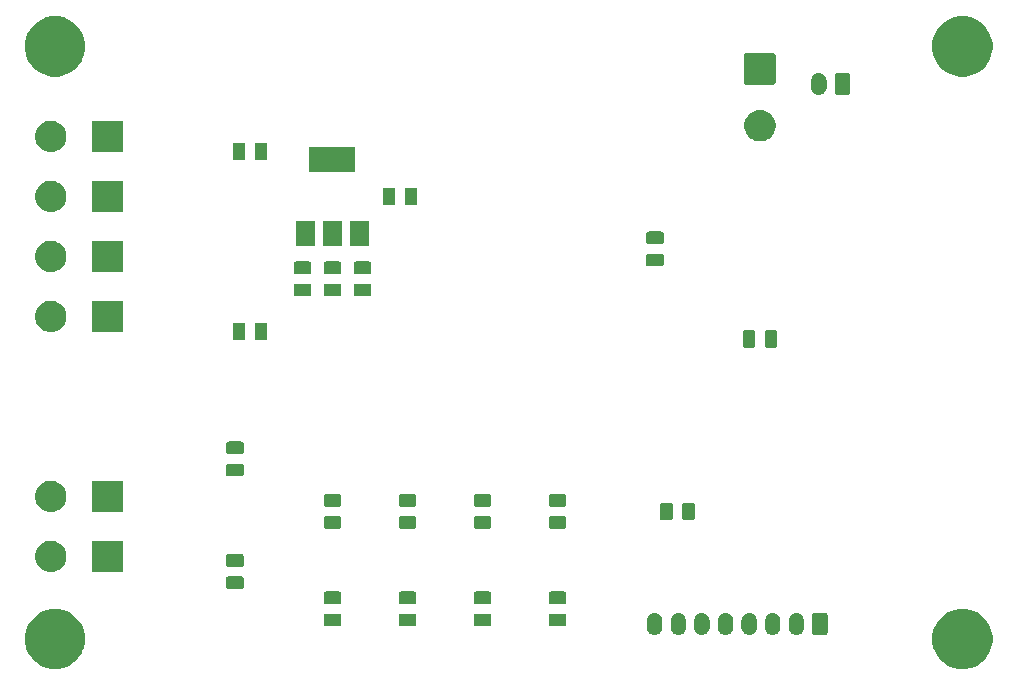
<source format=gbs>
G04 #@! TF.GenerationSoftware,KiCad,Pcbnew,5.1.5+dfsg1-2build2*
G04 #@! TF.CreationDate,2020-07-01T20:14:48+02:00*
G04 #@! TF.ProjectId,spinnaker,7370696e-6e61-46b6-9572-2e6b69636164,rev?*
G04 #@! TF.SameCoordinates,Original*
G04 #@! TF.FileFunction,Soldermask,Bot*
G04 #@! TF.FilePolarity,Negative*
%FSLAX46Y46*%
G04 Gerber Fmt 4.6, Leading zero omitted, Abs format (unit mm)*
G04 Created by KiCad (PCBNEW 5.1.5+dfsg1-2build2) date 2020-07-01 20:14:48*
%MOMM*%
%LPD*%
G04 APERTURE LIST*
%ADD10C,0.100000*%
G04 APERTURE END LIST*
D10*
G36*
X184894098Y-109942033D02*
G01*
X185358350Y-110134332D01*
X185358352Y-110134333D01*
X185776168Y-110413509D01*
X186131491Y-110768832D01*
X186410667Y-111186648D01*
X186410668Y-111186650D01*
X186602967Y-111650902D01*
X186701000Y-112143747D01*
X186701000Y-112646253D01*
X186602967Y-113139098D01*
X186481093Y-113433329D01*
X186410667Y-113603352D01*
X186131491Y-114021168D01*
X185776168Y-114376491D01*
X185358352Y-114655667D01*
X185358351Y-114655668D01*
X185358350Y-114655668D01*
X184894098Y-114847967D01*
X184401253Y-114946000D01*
X183898747Y-114946000D01*
X183405902Y-114847967D01*
X182941650Y-114655668D01*
X182941649Y-114655668D01*
X182941648Y-114655667D01*
X182523832Y-114376491D01*
X182168509Y-114021168D01*
X181889333Y-113603352D01*
X181818907Y-113433329D01*
X181697033Y-113139098D01*
X181599000Y-112646253D01*
X181599000Y-112143747D01*
X181697033Y-111650902D01*
X181889332Y-111186650D01*
X181889333Y-111186648D01*
X182168509Y-110768832D01*
X182523832Y-110413509D01*
X182941648Y-110134333D01*
X182941650Y-110134332D01*
X183405902Y-109942033D01*
X183898747Y-109844000D01*
X184401253Y-109844000D01*
X184894098Y-109942033D01*
G37*
G36*
X108059098Y-109942033D02*
G01*
X108523350Y-110134332D01*
X108523352Y-110134333D01*
X108941168Y-110413509D01*
X109296491Y-110768832D01*
X109575667Y-111186648D01*
X109575668Y-111186650D01*
X109767967Y-111650902D01*
X109866000Y-112143747D01*
X109866000Y-112646253D01*
X109767967Y-113139098D01*
X109646093Y-113433329D01*
X109575667Y-113603352D01*
X109296491Y-114021168D01*
X108941168Y-114376491D01*
X108523352Y-114655667D01*
X108523351Y-114655668D01*
X108523350Y-114655668D01*
X108059098Y-114847967D01*
X107566253Y-114946000D01*
X107063747Y-114946000D01*
X106570902Y-114847967D01*
X106106650Y-114655668D01*
X106106649Y-114655668D01*
X106106648Y-114655667D01*
X105688832Y-114376491D01*
X105333509Y-114021168D01*
X105054333Y-113603352D01*
X104983907Y-113433329D01*
X104862033Y-113139098D01*
X104764000Y-112646253D01*
X104764000Y-112143747D01*
X104862033Y-111650902D01*
X105054332Y-111186650D01*
X105054333Y-111186648D01*
X105333509Y-110768832D01*
X105688832Y-110413509D01*
X106106648Y-110134333D01*
X106106650Y-110134332D01*
X106570902Y-109942033D01*
X107063747Y-109844000D01*
X107566253Y-109844000D01*
X108059098Y-109942033D01*
G37*
G36*
X160212618Y-110208420D02*
G01*
X160292012Y-110232504D01*
X160335336Y-110245646D01*
X160448425Y-110306094D01*
X160547554Y-110387446D01*
X160628906Y-110486575D01*
X160689354Y-110599664D01*
X160689355Y-110599668D01*
X160726580Y-110722382D01*
X160736000Y-110818027D01*
X160736000Y-111431973D01*
X160726580Y-111527618D01*
X160699040Y-111618404D01*
X160689354Y-111650336D01*
X160628906Y-111763425D01*
X160547554Y-111862553D01*
X160448424Y-111943906D01*
X160335335Y-112004354D01*
X160303403Y-112014040D01*
X160212617Y-112041580D01*
X160085000Y-112054149D01*
X159957382Y-112041580D01*
X159866596Y-112014040D01*
X159834664Y-112004354D01*
X159721575Y-111943906D01*
X159622447Y-111862554D01*
X159541094Y-111763424D01*
X159480646Y-111650335D01*
X159470960Y-111618403D01*
X159443420Y-111527617D01*
X159434000Y-111431972D01*
X159434000Y-110818027D01*
X159443420Y-110722382D01*
X159480645Y-110599668D01*
X159480645Y-110599667D01*
X159521491Y-110523250D01*
X159541095Y-110486574D01*
X159557251Y-110466888D01*
X159622447Y-110387446D01*
X159721576Y-110306094D01*
X159834665Y-110245646D01*
X159877989Y-110232504D01*
X159957383Y-110208420D01*
X160085000Y-110195851D01*
X160212618Y-110208420D01*
G37*
G36*
X158212618Y-110208420D02*
G01*
X158292012Y-110232504D01*
X158335336Y-110245646D01*
X158448425Y-110306094D01*
X158547554Y-110387446D01*
X158628906Y-110486575D01*
X158689354Y-110599664D01*
X158689355Y-110599668D01*
X158726580Y-110722382D01*
X158736000Y-110818027D01*
X158736000Y-111431973D01*
X158726580Y-111527618D01*
X158699040Y-111618404D01*
X158689354Y-111650336D01*
X158628906Y-111763425D01*
X158547554Y-111862553D01*
X158448424Y-111943906D01*
X158335335Y-112004354D01*
X158303403Y-112014040D01*
X158212617Y-112041580D01*
X158085000Y-112054149D01*
X157957382Y-112041580D01*
X157866596Y-112014040D01*
X157834664Y-112004354D01*
X157721575Y-111943906D01*
X157622447Y-111862554D01*
X157541094Y-111763424D01*
X157480646Y-111650335D01*
X157470960Y-111618403D01*
X157443420Y-111527617D01*
X157434000Y-111431972D01*
X157434000Y-110818027D01*
X157443420Y-110722382D01*
X157480645Y-110599668D01*
X157480645Y-110599667D01*
X157521491Y-110523250D01*
X157541095Y-110486574D01*
X157557251Y-110466888D01*
X157622447Y-110387446D01*
X157721576Y-110306094D01*
X157834665Y-110245646D01*
X157877989Y-110232504D01*
X157957383Y-110208420D01*
X158085000Y-110195851D01*
X158212618Y-110208420D01*
G37*
G36*
X162212618Y-110208420D02*
G01*
X162292012Y-110232504D01*
X162335336Y-110245646D01*
X162448425Y-110306094D01*
X162547554Y-110387446D01*
X162628906Y-110486575D01*
X162689354Y-110599664D01*
X162689355Y-110599668D01*
X162726580Y-110722382D01*
X162736000Y-110818027D01*
X162736000Y-111431973D01*
X162726580Y-111527618D01*
X162699040Y-111618404D01*
X162689354Y-111650336D01*
X162628906Y-111763425D01*
X162547554Y-111862553D01*
X162448424Y-111943906D01*
X162335335Y-112004354D01*
X162303403Y-112014040D01*
X162212617Y-112041580D01*
X162085000Y-112054149D01*
X161957382Y-112041580D01*
X161866596Y-112014040D01*
X161834664Y-112004354D01*
X161721575Y-111943906D01*
X161622447Y-111862554D01*
X161541094Y-111763424D01*
X161480646Y-111650335D01*
X161470960Y-111618403D01*
X161443420Y-111527617D01*
X161434000Y-111431972D01*
X161434000Y-110818027D01*
X161443420Y-110722382D01*
X161480645Y-110599668D01*
X161480645Y-110599667D01*
X161521491Y-110523250D01*
X161541095Y-110486574D01*
X161557251Y-110466888D01*
X161622447Y-110387446D01*
X161721576Y-110306094D01*
X161834665Y-110245646D01*
X161877989Y-110232504D01*
X161957383Y-110208420D01*
X162085000Y-110195851D01*
X162212618Y-110208420D01*
G37*
G36*
X164212618Y-110208420D02*
G01*
X164292012Y-110232504D01*
X164335336Y-110245646D01*
X164448425Y-110306094D01*
X164547554Y-110387446D01*
X164628906Y-110486575D01*
X164689354Y-110599664D01*
X164689355Y-110599668D01*
X164726580Y-110722382D01*
X164736000Y-110818027D01*
X164736000Y-111431973D01*
X164726580Y-111527618D01*
X164699040Y-111618404D01*
X164689354Y-111650336D01*
X164628906Y-111763425D01*
X164547554Y-111862553D01*
X164448424Y-111943906D01*
X164335335Y-112004354D01*
X164303403Y-112014040D01*
X164212617Y-112041580D01*
X164085000Y-112054149D01*
X163957382Y-112041580D01*
X163866596Y-112014040D01*
X163834664Y-112004354D01*
X163721575Y-111943906D01*
X163622447Y-111862554D01*
X163541094Y-111763424D01*
X163480646Y-111650335D01*
X163470960Y-111618403D01*
X163443420Y-111527617D01*
X163434000Y-111431972D01*
X163434000Y-110818027D01*
X163443420Y-110722382D01*
X163480645Y-110599668D01*
X163480645Y-110599667D01*
X163521491Y-110523250D01*
X163541095Y-110486574D01*
X163557251Y-110466888D01*
X163622447Y-110387446D01*
X163721576Y-110306094D01*
X163834665Y-110245646D01*
X163877989Y-110232504D01*
X163957383Y-110208420D01*
X164085000Y-110195851D01*
X164212618Y-110208420D01*
G37*
G36*
X166212618Y-110208420D02*
G01*
X166292012Y-110232504D01*
X166335336Y-110245646D01*
X166448425Y-110306094D01*
X166547554Y-110387446D01*
X166628906Y-110486575D01*
X166689354Y-110599664D01*
X166689355Y-110599668D01*
X166726580Y-110722382D01*
X166736000Y-110818027D01*
X166736000Y-111431973D01*
X166726580Y-111527618D01*
X166699040Y-111618404D01*
X166689354Y-111650336D01*
X166628906Y-111763425D01*
X166547554Y-111862553D01*
X166448424Y-111943906D01*
X166335335Y-112004354D01*
X166303403Y-112014040D01*
X166212617Y-112041580D01*
X166085000Y-112054149D01*
X165957382Y-112041580D01*
X165866596Y-112014040D01*
X165834664Y-112004354D01*
X165721575Y-111943906D01*
X165622447Y-111862554D01*
X165541094Y-111763424D01*
X165480646Y-111650335D01*
X165470960Y-111618403D01*
X165443420Y-111527617D01*
X165434000Y-111431972D01*
X165434000Y-110818027D01*
X165443420Y-110722382D01*
X165480645Y-110599668D01*
X165480645Y-110599667D01*
X165521491Y-110523250D01*
X165541095Y-110486574D01*
X165557251Y-110466888D01*
X165622447Y-110387446D01*
X165721576Y-110306094D01*
X165834665Y-110245646D01*
X165877989Y-110232504D01*
X165957383Y-110208420D01*
X166085000Y-110195851D01*
X166212618Y-110208420D01*
G37*
G36*
X168212618Y-110208420D02*
G01*
X168292012Y-110232504D01*
X168335336Y-110245646D01*
X168448425Y-110306094D01*
X168547554Y-110387446D01*
X168628906Y-110486575D01*
X168689354Y-110599664D01*
X168689355Y-110599668D01*
X168726580Y-110722382D01*
X168736000Y-110818027D01*
X168736000Y-111431973D01*
X168726580Y-111527618D01*
X168699040Y-111618404D01*
X168689354Y-111650336D01*
X168628906Y-111763425D01*
X168547554Y-111862553D01*
X168448424Y-111943906D01*
X168335335Y-112004354D01*
X168303403Y-112014040D01*
X168212617Y-112041580D01*
X168085000Y-112054149D01*
X167957382Y-112041580D01*
X167866596Y-112014040D01*
X167834664Y-112004354D01*
X167721575Y-111943906D01*
X167622447Y-111862554D01*
X167541094Y-111763424D01*
X167480646Y-111650335D01*
X167470960Y-111618403D01*
X167443420Y-111527617D01*
X167434000Y-111431972D01*
X167434000Y-110818027D01*
X167443420Y-110722382D01*
X167480645Y-110599668D01*
X167480645Y-110599667D01*
X167521491Y-110523250D01*
X167541095Y-110486574D01*
X167557251Y-110466888D01*
X167622447Y-110387446D01*
X167721576Y-110306094D01*
X167834665Y-110245646D01*
X167877989Y-110232504D01*
X167957383Y-110208420D01*
X168085000Y-110195851D01*
X168212618Y-110208420D01*
G37*
G36*
X170212618Y-110208420D02*
G01*
X170292012Y-110232504D01*
X170335336Y-110245646D01*
X170448425Y-110306094D01*
X170547554Y-110387446D01*
X170628906Y-110486575D01*
X170689354Y-110599664D01*
X170689355Y-110599668D01*
X170726580Y-110722382D01*
X170736000Y-110818027D01*
X170736000Y-111431973D01*
X170726580Y-111527618D01*
X170699040Y-111618404D01*
X170689354Y-111650336D01*
X170628906Y-111763425D01*
X170547554Y-111862553D01*
X170448424Y-111943906D01*
X170335335Y-112004354D01*
X170303403Y-112014040D01*
X170212617Y-112041580D01*
X170085000Y-112054149D01*
X169957382Y-112041580D01*
X169866596Y-112014040D01*
X169834664Y-112004354D01*
X169721575Y-111943906D01*
X169622447Y-111862554D01*
X169541094Y-111763424D01*
X169480646Y-111650335D01*
X169470960Y-111618403D01*
X169443420Y-111527617D01*
X169434000Y-111431972D01*
X169434000Y-110818027D01*
X169443420Y-110722382D01*
X169480645Y-110599668D01*
X169480645Y-110599667D01*
X169521491Y-110523250D01*
X169541095Y-110486574D01*
X169557251Y-110466888D01*
X169622447Y-110387446D01*
X169721576Y-110306094D01*
X169834665Y-110245646D01*
X169877989Y-110232504D01*
X169957383Y-110208420D01*
X170085000Y-110195851D01*
X170212618Y-110208420D01*
G37*
G36*
X172576242Y-110203404D02*
G01*
X172613337Y-110214657D01*
X172647515Y-110232925D01*
X172677481Y-110257519D01*
X172702075Y-110287485D01*
X172720343Y-110321663D01*
X172731596Y-110358758D01*
X172736000Y-110403474D01*
X172736000Y-111846526D01*
X172731596Y-111891242D01*
X172720343Y-111928337D01*
X172702075Y-111962515D01*
X172677481Y-111992481D01*
X172647515Y-112017075D01*
X172613337Y-112035343D01*
X172576242Y-112046596D01*
X172531526Y-112051000D01*
X171638474Y-112051000D01*
X171593758Y-112046596D01*
X171556663Y-112035343D01*
X171522485Y-112017075D01*
X171492519Y-111992481D01*
X171467925Y-111962515D01*
X171449657Y-111928337D01*
X171438404Y-111891242D01*
X171434000Y-111846526D01*
X171434000Y-110403474D01*
X171438404Y-110358758D01*
X171449657Y-110321663D01*
X171467925Y-110287485D01*
X171492519Y-110257519D01*
X171522485Y-110232925D01*
X171556663Y-110214657D01*
X171593758Y-110203404D01*
X171638474Y-110199000D01*
X172531526Y-110199000D01*
X172576242Y-110203404D01*
G37*
G36*
X137744468Y-110258565D02*
G01*
X137783138Y-110270296D01*
X137818777Y-110289346D01*
X137850017Y-110314983D01*
X137875654Y-110346223D01*
X137894704Y-110381862D01*
X137906435Y-110420532D01*
X137911000Y-110466888D01*
X137911000Y-111118112D01*
X137906435Y-111164468D01*
X137894704Y-111203138D01*
X137875654Y-111238777D01*
X137850017Y-111270017D01*
X137818777Y-111295654D01*
X137783138Y-111314704D01*
X137744468Y-111326435D01*
X137698112Y-111331000D01*
X136621888Y-111331000D01*
X136575532Y-111326435D01*
X136536862Y-111314704D01*
X136501223Y-111295654D01*
X136469983Y-111270017D01*
X136444346Y-111238777D01*
X136425296Y-111203138D01*
X136413565Y-111164468D01*
X136409000Y-111118112D01*
X136409000Y-110466888D01*
X136413565Y-110420532D01*
X136425296Y-110381862D01*
X136444346Y-110346223D01*
X136469983Y-110314983D01*
X136501223Y-110289346D01*
X136536862Y-110270296D01*
X136575532Y-110258565D01*
X136621888Y-110254000D01*
X137698112Y-110254000D01*
X137744468Y-110258565D01*
G37*
G36*
X144094468Y-110258565D02*
G01*
X144133138Y-110270296D01*
X144168777Y-110289346D01*
X144200017Y-110314983D01*
X144225654Y-110346223D01*
X144244704Y-110381862D01*
X144256435Y-110420532D01*
X144261000Y-110466888D01*
X144261000Y-111118112D01*
X144256435Y-111164468D01*
X144244704Y-111203138D01*
X144225654Y-111238777D01*
X144200017Y-111270017D01*
X144168777Y-111295654D01*
X144133138Y-111314704D01*
X144094468Y-111326435D01*
X144048112Y-111331000D01*
X142971888Y-111331000D01*
X142925532Y-111326435D01*
X142886862Y-111314704D01*
X142851223Y-111295654D01*
X142819983Y-111270017D01*
X142794346Y-111238777D01*
X142775296Y-111203138D01*
X142763565Y-111164468D01*
X142759000Y-111118112D01*
X142759000Y-110466888D01*
X142763565Y-110420532D01*
X142775296Y-110381862D01*
X142794346Y-110346223D01*
X142819983Y-110314983D01*
X142851223Y-110289346D01*
X142886862Y-110270296D01*
X142925532Y-110258565D01*
X142971888Y-110254000D01*
X144048112Y-110254000D01*
X144094468Y-110258565D01*
G37*
G36*
X131394468Y-110258565D02*
G01*
X131433138Y-110270296D01*
X131468777Y-110289346D01*
X131500017Y-110314983D01*
X131525654Y-110346223D01*
X131544704Y-110381862D01*
X131556435Y-110420532D01*
X131561000Y-110466888D01*
X131561000Y-111118112D01*
X131556435Y-111164468D01*
X131544704Y-111203138D01*
X131525654Y-111238777D01*
X131500017Y-111270017D01*
X131468777Y-111295654D01*
X131433138Y-111314704D01*
X131394468Y-111326435D01*
X131348112Y-111331000D01*
X130271888Y-111331000D01*
X130225532Y-111326435D01*
X130186862Y-111314704D01*
X130151223Y-111295654D01*
X130119983Y-111270017D01*
X130094346Y-111238777D01*
X130075296Y-111203138D01*
X130063565Y-111164468D01*
X130059000Y-111118112D01*
X130059000Y-110466888D01*
X130063565Y-110420532D01*
X130075296Y-110381862D01*
X130094346Y-110346223D01*
X130119983Y-110314983D01*
X130151223Y-110289346D01*
X130186862Y-110270296D01*
X130225532Y-110258565D01*
X130271888Y-110254000D01*
X131348112Y-110254000D01*
X131394468Y-110258565D01*
G37*
G36*
X150444468Y-110258565D02*
G01*
X150483138Y-110270296D01*
X150518777Y-110289346D01*
X150550017Y-110314983D01*
X150575654Y-110346223D01*
X150594704Y-110381862D01*
X150606435Y-110420532D01*
X150611000Y-110466888D01*
X150611000Y-111118112D01*
X150606435Y-111164468D01*
X150594704Y-111203138D01*
X150575654Y-111238777D01*
X150550017Y-111270017D01*
X150518777Y-111295654D01*
X150483138Y-111314704D01*
X150444468Y-111326435D01*
X150398112Y-111331000D01*
X149321888Y-111331000D01*
X149275532Y-111326435D01*
X149236862Y-111314704D01*
X149201223Y-111295654D01*
X149169983Y-111270017D01*
X149144346Y-111238777D01*
X149125296Y-111203138D01*
X149113565Y-111164468D01*
X149109000Y-111118112D01*
X149109000Y-110466888D01*
X149113565Y-110420532D01*
X149125296Y-110381862D01*
X149144346Y-110346223D01*
X149169983Y-110314983D01*
X149201223Y-110289346D01*
X149236862Y-110270296D01*
X149275532Y-110258565D01*
X149321888Y-110254000D01*
X150398112Y-110254000D01*
X150444468Y-110258565D01*
G37*
G36*
X144094468Y-108383565D02*
G01*
X144133138Y-108395296D01*
X144168777Y-108414346D01*
X144200017Y-108439983D01*
X144225654Y-108471223D01*
X144244704Y-108506862D01*
X144256435Y-108545532D01*
X144261000Y-108591888D01*
X144261000Y-109243112D01*
X144256435Y-109289468D01*
X144244704Y-109328138D01*
X144225654Y-109363777D01*
X144200017Y-109395017D01*
X144168777Y-109420654D01*
X144133138Y-109439704D01*
X144094468Y-109451435D01*
X144048112Y-109456000D01*
X142971888Y-109456000D01*
X142925532Y-109451435D01*
X142886862Y-109439704D01*
X142851223Y-109420654D01*
X142819983Y-109395017D01*
X142794346Y-109363777D01*
X142775296Y-109328138D01*
X142763565Y-109289468D01*
X142759000Y-109243112D01*
X142759000Y-108591888D01*
X142763565Y-108545532D01*
X142775296Y-108506862D01*
X142794346Y-108471223D01*
X142819983Y-108439983D01*
X142851223Y-108414346D01*
X142886862Y-108395296D01*
X142925532Y-108383565D01*
X142971888Y-108379000D01*
X144048112Y-108379000D01*
X144094468Y-108383565D01*
G37*
G36*
X137744468Y-108383565D02*
G01*
X137783138Y-108395296D01*
X137818777Y-108414346D01*
X137850017Y-108439983D01*
X137875654Y-108471223D01*
X137894704Y-108506862D01*
X137906435Y-108545532D01*
X137911000Y-108591888D01*
X137911000Y-109243112D01*
X137906435Y-109289468D01*
X137894704Y-109328138D01*
X137875654Y-109363777D01*
X137850017Y-109395017D01*
X137818777Y-109420654D01*
X137783138Y-109439704D01*
X137744468Y-109451435D01*
X137698112Y-109456000D01*
X136621888Y-109456000D01*
X136575532Y-109451435D01*
X136536862Y-109439704D01*
X136501223Y-109420654D01*
X136469983Y-109395017D01*
X136444346Y-109363777D01*
X136425296Y-109328138D01*
X136413565Y-109289468D01*
X136409000Y-109243112D01*
X136409000Y-108591888D01*
X136413565Y-108545532D01*
X136425296Y-108506862D01*
X136444346Y-108471223D01*
X136469983Y-108439983D01*
X136501223Y-108414346D01*
X136536862Y-108395296D01*
X136575532Y-108383565D01*
X136621888Y-108379000D01*
X137698112Y-108379000D01*
X137744468Y-108383565D01*
G37*
G36*
X131394468Y-108383565D02*
G01*
X131433138Y-108395296D01*
X131468777Y-108414346D01*
X131500017Y-108439983D01*
X131525654Y-108471223D01*
X131544704Y-108506862D01*
X131556435Y-108545532D01*
X131561000Y-108591888D01*
X131561000Y-109243112D01*
X131556435Y-109289468D01*
X131544704Y-109328138D01*
X131525654Y-109363777D01*
X131500017Y-109395017D01*
X131468777Y-109420654D01*
X131433138Y-109439704D01*
X131394468Y-109451435D01*
X131348112Y-109456000D01*
X130271888Y-109456000D01*
X130225532Y-109451435D01*
X130186862Y-109439704D01*
X130151223Y-109420654D01*
X130119983Y-109395017D01*
X130094346Y-109363777D01*
X130075296Y-109328138D01*
X130063565Y-109289468D01*
X130059000Y-109243112D01*
X130059000Y-108591888D01*
X130063565Y-108545532D01*
X130075296Y-108506862D01*
X130094346Y-108471223D01*
X130119983Y-108439983D01*
X130151223Y-108414346D01*
X130186862Y-108395296D01*
X130225532Y-108383565D01*
X130271888Y-108379000D01*
X131348112Y-108379000D01*
X131394468Y-108383565D01*
G37*
G36*
X150444468Y-108383565D02*
G01*
X150483138Y-108395296D01*
X150518777Y-108414346D01*
X150550017Y-108439983D01*
X150575654Y-108471223D01*
X150594704Y-108506862D01*
X150606435Y-108545532D01*
X150611000Y-108591888D01*
X150611000Y-109243112D01*
X150606435Y-109289468D01*
X150594704Y-109328138D01*
X150575654Y-109363777D01*
X150550017Y-109395017D01*
X150518777Y-109420654D01*
X150483138Y-109439704D01*
X150444468Y-109451435D01*
X150398112Y-109456000D01*
X149321888Y-109456000D01*
X149275532Y-109451435D01*
X149236862Y-109439704D01*
X149201223Y-109420654D01*
X149169983Y-109395017D01*
X149144346Y-109363777D01*
X149125296Y-109328138D01*
X149113565Y-109289468D01*
X149109000Y-109243112D01*
X149109000Y-108591888D01*
X149113565Y-108545532D01*
X149125296Y-108506862D01*
X149144346Y-108471223D01*
X149169983Y-108439983D01*
X149201223Y-108414346D01*
X149236862Y-108395296D01*
X149275532Y-108383565D01*
X149321888Y-108379000D01*
X150398112Y-108379000D01*
X150444468Y-108383565D01*
G37*
G36*
X123139468Y-107083565D02*
G01*
X123178138Y-107095296D01*
X123213777Y-107114346D01*
X123245017Y-107139983D01*
X123270654Y-107171223D01*
X123289704Y-107206862D01*
X123301435Y-107245532D01*
X123306000Y-107291888D01*
X123306000Y-107943112D01*
X123301435Y-107989468D01*
X123289704Y-108028138D01*
X123270654Y-108063777D01*
X123245017Y-108095017D01*
X123213777Y-108120654D01*
X123178138Y-108139704D01*
X123139468Y-108151435D01*
X123093112Y-108156000D01*
X122016888Y-108156000D01*
X121970532Y-108151435D01*
X121931862Y-108139704D01*
X121896223Y-108120654D01*
X121864983Y-108095017D01*
X121839346Y-108063777D01*
X121820296Y-108028138D01*
X121808565Y-107989468D01*
X121804000Y-107943112D01*
X121804000Y-107291888D01*
X121808565Y-107245532D01*
X121820296Y-107206862D01*
X121839346Y-107171223D01*
X121864983Y-107139983D01*
X121896223Y-107114346D01*
X121931862Y-107095296D01*
X121970532Y-107083565D01*
X122016888Y-107079000D01*
X123093112Y-107079000D01*
X123139468Y-107083565D01*
G37*
G36*
X112957490Y-104087658D02*
G01*
X112987302Y-104096701D01*
X113014775Y-104111386D01*
X113038854Y-104131146D01*
X113058614Y-104155225D01*
X113073299Y-104182698D01*
X113082342Y-104212510D01*
X113086000Y-104249650D01*
X113086000Y-106570350D01*
X113082342Y-106607490D01*
X113073299Y-106637302D01*
X113058614Y-106664775D01*
X113038854Y-106688854D01*
X113014775Y-106708614D01*
X112987302Y-106723299D01*
X112957490Y-106732342D01*
X112920350Y-106736000D01*
X110599650Y-106736000D01*
X110562510Y-106732342D01*
X110532698Y-106723299D01*
X110505225Y-106708614D01*
X110481146Y-106688854D01*
X110461386Y-106664775D01*
X110446701Y-106637302D01*
X110437658Y-106607490D01*
X110434000Y-106570350D01*
X110434000Y-104249650D01*
X110437658Y-104212510D01*
X110446701Y-104182698D01*
X110461386Y-104155225D01*
X110481146Y-104131146D01*
X110505225Y-104111386D01*
X110532698Y-104096701D01*
X110562510Y-104087658D01*
X110599650Y-104084000D01*
X112920350Y-104084000D01*
X112957490Y-104087658D01*
G37*
G36*
X107154453Y-104096701D02*
G01*
X107346780Y-104134957D01*
X107588097Y-104234914D01*
X107805276Y-104380029D01*
X107989971Y-104564724D01*
X108135086Y-104781903D01*
X108235043Y-105023220D01*
X108286000Y-105279400D01*
X108286000Y-105540600D01*
X108235043Y-105796780D01*
X108135086Y-106038097D01*
X108084056Y-106114468D01*
X107996401Y-106245654D01*
X107989971Y-106255276D01*
X107805276Y-106439971D01*
X107588097Y-106585086D01*
X107346780Y-106685043D01*
X107228280Y-106708614D01*
X107090601Y-106736000D01*
X106829399Y-106736000D01*
X106691720Y-106708614D01*
X106573220Y-106685043D01*
X106331903Y-106585086D01*
X106114724Y-106439971D01*
X105930029Y-106255276D01*
X105923600Y-106245654D01*
X105835944Y-106114468D01*
X105784914Y-106038097D01*
X105684957Y-105796780D01*
X105634000Y-105540600D01*
X105634000Y-105279400D01*
X105684957Y-105023220D01*
X105784914Y-104781903D01*
X105930029Y-104564724D01*
X106114724Y-104380029D01*
X106331903Y-104234914D01*
X106573220Y-104134957D01*
X106765547Y-104096701D01*
X106829399Y-104084000D01*
X107090601Y-104084000D01*
X107154453Y-104096701D01*
G37*
G36*
X123139468Y-105208565D02*
G01*
X123178138Y-105220296D01*
X123213777Y-105239346D01*
X123245017Y-105264983D01*
X123270654Y-105296223D01*
X123289704Y-105331862D01*
X123301435Y-105370532D01*
X123306000Y-105416888D01*
X123306000Y-106068112D01*
X123301435Y-106114468D01*
X123289704Y-106153138D01*
X123270654Y-106188777D01*
X123245017Y-106220017D01*
X123213777Y-106245654D01*
X123178138Y-106264704D01*
X123139468Y-106276435D01*
X123093112Y-106281000D01*
X122016888Y-106281000D01*
X121970532Y-106276435D01*
X121931862Y-106264704D01*
X121896223Y-106245654D01*
X121864983Y-106220017D01*
X121839346Y-106188777D01*
X121820296Y-106153138D01*
X121808565Y-106114468D01*
X121804000Y-106068112D01*
X121804000Y-105416888D01*
X121808565Y-105370532D01*
X121820296Y-105331862D01*
X121839346Y-105296223D01*
X121864983Y-105264983D01*
X121896223Y-105239346D01*
X121931862Y-105220296D01*
X121970532Y-105208565D01*
X122016888Y-105204000D01*
X123093112Y-105204000D01*
X123139468Y-105208565D01*
G37*
G36*
X150444468Y-102003565D02*
G01*
X150483138Y-102015296D01*
X150518777Y-102034346D01*
X150550017Y-102059983D01*
X150575654Y-102091223D01*
X150594704Y-102126862D01*
X150606435Y-102165532D01*
X150611000Y-102211888D01*
X150611000Y-102863112D01*
X150606435Y-102909468D01*
X150594704Y-102948138D01*
X150575654Y-102983777D01*
X150550017Y-103015017D01*
X150518777Y-103040654D01*
X150483138Y-103059704D01*
X150444468Y-103071435D01*
X150398112Y-103076000D01*
X149321888Y-103076000D01*
X149275532Y-103071435D01*
X149236862Y-103059704D01*
X149201223Y-103040654D01*
X149169983Y-103015017D01*
X149144346Y-102983777D01*
X149125296Y-102948138D01*
X149113565Y-102909468D01*
X149109000Y-102863112D01*
X149109000Y-102211888D01*
X149113565Y-102165532D01*
X149125296Y-102126862D01*
X149144346Y-102091223D01*
X149169983Y-102059983D01*
X149201223Y-102034346D01*
X149236862Y-102015296D01*
X149275532Y-102003565D01*
X149321888Y-101999000D01*
X150398112Y-101999000D01*
X150444468Y-102003565D01*
G37*
G36*
X131394468Y-102003565D02*
G01*
X131433138Y-102015296D01*
X131468777Y-102034346D01*
X131500017Y-102059983D01*
X131525654Y-102091223D01*
X131544704Y-102126862D01*
X131556435Y-102165532D01*
X131561000Y-102211888D01*
X131561000Y-102863112D01*
X131556435Y-102909468D01*
X131544704Y-102948138D01*
X131525654Y-102983777D01*
X131500017Y-103015017D01*
X131468777Y-103040654D01*
X131433138Y-103059704D01*
X131394468Y-103071435D01*
X131348112Y-103076000D01*
X130271888Y-103076000D01*
X130225532Y-103071435D01*
X130186862Y-103059704D01*
X130151223Y-103040654D01*
X130119983Y-103015017D01*
X130094346Y-102983777D01*
X130075296Y-102948138D01*
X130063565Y-102909468D01*
X130059000Y-102863112D01*
X130059000Y-102211888D01*
X130063565Y-102165532D01*
X130075296Y-102126862D01*
X130094346Y-102091223D01*
X130119983Y-102059983D01*
X130151223Y-102034346D01*
X130186862Y-102015296D01*
X130225532Y-102003565D01*
X130271888Y-101999000D01*
X131348112Y-101999000D01*
X131394468Y-102003565D01*
G37*
G36*
X137744468Y-102003565D02*
G01*
X137783138Y-102015296D01*
X137818777Y-102034346D01*
X137850017Y-102059983D01*
X137875654Y-102091223D01*
X137894704Y-102126862D01*
X137906435Y-102165532D01*
X137911000Y-102211888D01*
X137911000Y-102863112D01*
X137906435Y-102909468D01*
X137894704Y-102948138D01*
X137875654Y-102983777D01*
X137850017Y-103015017D01*
X137818777Y-103040654D01*
X137783138Y-103059704D01*
X137744468Y-103071435D01*
X137698112Y-103076000D01*
X136621888Y-103076000D01*
X136575532Y-103071435D01*
X136536862Y-103059704D01*
X136501223Y-103040654D01*
X136469983Y-103015017D01*
X136444346Y-102983777D01*
X136425296Y-102948138D01*
X136413565Y-102909468D01*
X136409000Y-102863112D01*
X136409000Y-102211888D01*
X136413565Y-102165532D01*
X136425296Y-102126862D01*
X136444346Y-102091223D01*
X136469983Y-102059983D01*
X136501223Y-102034346D01*
X136536862Y-102015296D01*
X136575532Y-102003565D01*
X136621888Y-101999000D01*
X137698112Y-101999000D01*
X137744468Y-102003565D01*
G37*
G36*
X144094468Y-102003565D02*
G01*
X144133138Y-102015296D01*
X144168777Y-102034346D01*
X144200017Y-102059983D01*
X144225654Y-102091223D01*
X144244704Y-102126862D01*
X144256435Y-102165532D01*
X144261000Y-102211888D01*
X144261000Y-102863112D01*
X144256435Y-102909468D01*
X144244704Y-102948138D01*
X144225654Y-102983777D01*
X144200017Y-103015017D01*
X144168777Y-103040654D01*
X144133138Y-103059704D01*
X144094468Y-103071435D01*
X144048112Y-103076000D01*
X142971888Y-103076000D01*
X142925532Y-103071435D01*
X142886862Y-103059704D01*
X142851223Y-103040654D01*
X142819983Y-103015017D01*
X142794346Y-102983777D01*
X142775296Y-102948138D01*
X142763565Y-102909468D01*
X142759000Y-102863112D01*
X142759000Y-102211888D01*
X142763565Y-102165532D01*
X142775296Y-102126862D01*
X142794346Y-102091223D01*
X142819983Y-102059983D01*
X142851223Y-102034346D01*
X142886862Y-102015296D01*
X142925532Y-102003565D01*
X142971888Y-101999000D01*
X144048112Y-101999000D01*
X144094468Y-102003565D01*
G37*
G36*
X161329468Y-100853565D02*
G01*
X161368138Y-100865296D01*
X161403777Y-100884346D01*
X161435017Y-100909983D01*
X161460654Y-100941223D01*
X161479704Y-100976862D01*
X161491435Y-101015532D01*
X161496000Y-101061888D01*
X161496000Y-102138112D01*
X161491435Y-102184468D01*
X161479704Y-102223138D01*
X161460654Y-102258777D01*
X161435017Y-102290017D01*
X161403777Y-102315654D01*
X161368138Y-102334704D01*
X161329468Y-102346435D01*
X161283112Y-102351000D01*
X160631888Y-102351000D01*
X160585532Y-102346435D01*
X160546862Y-102334704D01*
X160511223Y-102315654D01*
X160479983Y-102290017D01*
X160454346Y-102258777D01*
X160435296Y-102223138D01*
X160423565Y-102184468D01*
X160419000Y-102138112D01*
X160419000Y-101061888D01*
X160423565Y-101015532D01*
X160435296Y-100976862D01*
X160454346Y-100941223D01*
X160479983Y-100909983D01*
X160511223Y-100884346D01*
X160546862Y-100865296D01*
X160585532Y-100853565D01*
X160631888Y-100849000D01*
X161283112Y-100849000D01*
X161329468Y-100853565D01*
G37*
G36*
X159454468Y-100853565D02*
G01*
X159493138Y-100865296D01*
X159528777Y-100884346D01*
X159560017Y-100909983D01*
X159585654Y-100941223D01*
X159604704Y-100976862D01*
X159616435Y-101015532D01*
X159621000Y-101061888D01*
X159621000Y-102138112D01*
X159616435Y-102184468D01*
X159604704Y-102223138D01*
X159585654Y-102258777D01*
X159560017Y-102290017D01*
X159528777Y-102315654D01*
X159493138Y-102334704D01*
X159454468Y-102346435D01*
X159408112Y-102351000D01*
X158756888Y-102351000D01*
X158710532Y-102346435D01*
X158671862Y-102334704D01*
X158636223Y-102315654D01*
X158604983Y-102290017D01*
X158579346Y-102258777D01*
X158560296Y-102223138D01*
X158548565Y-102184468D01*
X158544000Y-102138112D01*
X158544000Y-101061888D01*
X158548565Y-101015532D01*
X158560296Y-100976862D01*
X158579346Y-100941223D01*
X158604983Y-100909983D01*
X158636223Y-100884346D01*
X158671862Y-100865296D01*
X158710532Y-100853565D01*
X158756888Y-100849000D01*
X159408112Y-100849000D01*
X159454468Y-100853565D01*
G37*
G36*
X107154453Y-99016701D02*
G01*
X107346780Y-99054957D01*
X107588097Y-99154914D01*
X107805276Y-99300029D01*
X107989971Y-99484724D01*
X108135086Y-99701903D01*
X108235043Y-99943220D01*
X108286000Y-100199400D01*
X108286000Y-100460600D01*
X108235043Y-100716780D01*
X108171786Y-100869495D01*
X108142076Y-100941223D01*
X108135086Y-100958097D01*
X108096923Y-101015212D01*
X107996401Y-101165654D01*
X107989971Y-101175276D01*
X107805276Y-101359971D01*
X107588097Y-101505086D01*
X107346780Y-101605043D01*
X107228280Y-101628614D01*
X107090601Y-101656000D01*
X106829399Y-101656000D01*
X106691720Y-101628614D01*
X106573220Y-101605043D01*
X106331903Y-101505086D01*
X106114724Y-101359971D01*
X105930029Y-101175276D01*
X105923600Y-101165654D01*
X105823077Y-101015212D01*
X105784914Y-100958097D01*
X105777925Y-100941223D01*
X105748214Y-100869495D01*
X105684957Y-100716780D01*
X105634000Y-100460600D01*
X105634000Y-100199400D01*
X105684957Y-99943220D01*
X105784914Y-99701903D01*
X105930029Y-99484724D01*
X106114724Y-99300029D01*
X106331903Y-99154914D01*
X106573220Y-99054957D01*
X106765547Y-99016701D01*
X106829399Y-99004000D01*
X107090601Y-99004000D01*
X107154453Y-99016701D01*
G37*
G36*
X112957490Y-99007658D02*
G01*
X112987302Y-99016701D01*
X113014775Y-99031386D01*
X113038854Y-99051146D01*
X113058614Y-99075225D01*
X113073299Y-99102698D01*
X113082342Y-99132510D01*
X113086000Y-99169650D01*
X113086000Y-101490350D01*
X113082342Y-101527490D01*
X113073299Y-101557302D01*
X113058614Y-101584775D01*
X113038854Y-101608854D01*
X113014775Y-101628614D01*
X112987302Y-101643299D01*
X112957490Y-101652342D01*
X112920350Y-101656000D01*
X110599650Y-101656000D01*
X110562510Y-101652342D01*
X110532698Y-101643299D01*
X110505225Y-101628614D01*
X110481146Y-101608854D01*
X110461386Y-101584775D01*
X110446701Y-101557302D01*
X110437658Y-101527490D01*
X110434000Y-101490350D01*
X110434000Y-99169650D01*
X110437658Y-99132510D01*
X110446701Y-99102698D01*
X110461386Y-99075225D01*
X110481146Y-99051146D01*
X110505225Y-99031386D01*
X110532698Y-99016701D01*
X110562510Y-99007658D01*
X110599650Y-99004000D01*
X112920350Y-99004000D01*
X112957490Y-99007658D01*
G37*
G36*
X150444468Y-100128565D02*
G01*
X150483138Y-100140296D01*
X150518777Y-100159346D01*
X150550017Y-100184983D01*
X150575654Y-100216223D01*
X150594704Y-100251862D01*
X150606435Y-100290532D01*
X150611000Y-100336888D01*
X150611000Y-100988112D01*
X150606435Y-101034468D01*
X150594704Y-101073138D01*
X150575654Y-101108777D01*
X150550017Y-101140017D01*
X150518777Y-101165654D01*
X150483138Y-101184704D01*
X150444468Y-101196435D01*
X150398112Y-101201000D01*
X149321888Y-101201000D01*
X149275532Y-101196435D01*
X149236862Y-101184704D01*
X149201223Y-101165654D01*
X149169983Y-101140017D01*
X149144346Y-101108777D01*
X149125296Y-101073138D01*
X149113565Y-101034468D01*
X149109000Y-100988112D01*
X149109000Y-100336888D01*
X149113565Y-100290532D01*
X149125296Y-100251862D01*
X149144346Y-100216223D01*
X149169983Y-100184983D01*
X149201223Y-100159346D01*
X149236862Y-100140296D01*
X149275532Y-100128565D01*
X149321888Y-100124000D01*
X150398112Y-100124000D01*
X150444468Y-100128565D01*
G37*
G36*
X144094468Y-100128565D02*
G01*
X144133138Y-100140296D01*
X144168777Y-100159346D01*
X144200017Y-100184983D01*
X144225654Y-100216223D01*
X144244704Y-100251862D01*
X144256435Y-100290532D01*
X144261000Y-100336888D01*
X144261000Y-100988112D01*
X144256435Y-101034468D01*
X144244704Y-101073138D01*
X144225654Y-101108777D01*
X144200017Y-101140017D01*
X144168777Y-101165654D01*
X144133138Y-101184704D01*
X144094468Y-101196435D01*
X144048112Y-101201000D01*
X142971888Y-101201000D01*
X142925532Y-101196435D01*
X142886862Y-101184704D01*
X142851223Y-101165654D01*
X142819983Y-101140017D01*
X142794346Y-101108777D01*
X142775296Y-101073138D01*
X142763565Y-101034468D01*
X142759000Y-100988112D01*
X142759000Y-100336888D01*
X142763565Y-100290532D01*
X142775296Y-100251862D01*
X142794346Y-100216223D01*
X142819983Y-100184983D01*
X142851223Y-100159346D01*
X142886862Y-100140296D01*
X142925532Y-100128565D01*
X142971888Y-100124000D01*
X144048112Y-100124000D01*
X144094468Y-100128565D01*
G37*
G36*
X137744468Y-100128565D02*
G01*
X137783138Y-100140296D01*
X137818777Y-100159346D01*
X137850017Y-100184983D01*
X137875654Y-100216223D01*
X137894704Y-100251862D01*
X137906435Y-100290532D01*
X137911000Y-100336888D01*
X137911000Y-100988112D01*
X137906435Y-101034468D01*
X137894704Y-101073138D01*
X137875654Y-101108777D01*
X137850017Y-101140017D01*
X137818777Y-101165654D01*
X137783138Y-101184704D01*
X137744468Y-101196435D01*
X137698112Y-101201000D01*
X136621888Y-101201000D01*
X136575532Y-101196435D01*
X136536862Y-101184704D01*
X136501223Y-101165654D01*
X136469983Y-101140017D01*
X136444346Y-101108777D01*
X136425296Y-101073138D01*
X136413565Y-101034468D01*
X136409000Y-100988112D01*
X136409000Y-100336888D01*
X136413565Y-100290532D01*
X136425296Y-100251862D01*
X136444346Y-100216223D01*
X136469983Y-100184983D01*
X136501223Y-100159346D01*
X136536862Y-100140296D01*
X136575532Y-100128565D01*
X136621888Y-100124000D01*
X137698112Y-100124000D01*
X137744468Y-100128565D01*
G37*
G36*
X131394468Y-100128565D02*
G01*
X131433138Y-100140296D01*
X131468777Y-100159346D01*
X131500017Y-100184983D01*
X131525654Y-100216223D01*
X131544704Y-100251862D01*
X131556435Y-100290532D01*
X131561000Y-100336888D01*
X131561000Y-100988112D01*
X131556435Y-101034468D01*
X131544704Y-101073138D01*
X131525654Y-101108777D01*
X131500017Y-101140017D01*
X131468777Y-101165654D01*
X131433138Y-101184704D01*
X131394468Y-101196435D01*
X131348112Y-101201000D01*
X130271888Y-101201000D01*
X130225532Y-101196435D01*
X130186862Y-101184704D01*
X130151223Y-101165654D01*
X130119983Y-101140017D01*
X130094346Y-101108777D01*
X130075296Y-101073138D01*
X130063565Y-101034468D01*
X130059000Y-100988112D01*
X130059000Y-100336888D01*
X130063565Y-100290532D01*
X130075296Y-100251862D01*
X130094346Y-100216223D01*
X130119983Y-100184983D01*
X130151223Y-100159346D01*
X130186862Y-100140296D01*
X130225532Y-100128565D01*
X130271888Y-100124000D01*
X131348112Y-100124000D01*
X131394468Y-100128565D01*
G37*
G36*
X123139468Y-97558565D02*
G01*
X123178138Y-97570296D01*
X123213777Y-97589346D01*
X123245017Y-97614983D01*
X123270654Y-97646223D01*
X123289704Y-97681862D01*
X123301435Y-97720532D01*
X123306000Y-97766888D01*
X123306000Y-98418112D01*
X123301435Y-98464468D01*
X123289704Y-98503138D01*
X123270654Y-98538777D01*
X123245017Y-98570017D01*
X123213777Y-98595654D01*
X123178138Y-98614704D01*
X123139468Y-98626435D01*
X123093112Y-98631000D01*
X122016888Y-98631000D01*
X121970532Y-98626435D01*
X121931862Y-98614704D01*
X121896223Y-98595654D01*
X121864983Y-98570017D01*
X121839346Y-98538777D01*
X121820296Y-98503138D01*
X121808565Y-98464468D01*
X121804000Y-98418112D01*
X121804000Y-97766888D01*
X121808565Y-97720532D01*
X121820296Y-97681862D01*
X121839346Y-97646223D01*
X121864983Y-97614983D01*
X121896223Y-97589346D01*
X121931862Y-97570296D01*
X121970532Y-97558565D01*
X122016888Y-97554000D01*
X123093112Y-97554000D01*
X123139468Y-97558565D01*
G37*
G36*
X123139468Y-95683565D02*
G01*
X123178138Y-95695296D01*
X123213777Y-95714346D01*
X123245017Y-95739983D01*
X123270654Y-95771223D01*
X123289704Y-95806862D01*
X123301435Y-95845532D01*
X123306000Y-95891888D01*
X123306000Y-96543112D01*
X123301435Y-96589468D01*
X123289704Y-96628138D01*
X123270654Y-96663777D01*
X123245017Y-96695017D01*
X123213777Y-96720654D01*
X123178138Y-96739704D01*
X123139468Y-96751435D01*
X123093112Y-96756000D01*
X122016888Y-96756000D01*
X121970532Y-96751435D01*
X121931862Y-96739704D01*
X121896223Y-96720654D01*
X121864983Y-96695017D01*
X121839346Y-96663777D01*
X121820296Y-96628138D01*
X121808565Y-96589468D01*
X121804000Y-96543112D01*
X121804000Y-95891888D01*
X121808565Y-95845532D01*
X121820296Y-95806862D01*
X121839346Y-95771223D01*
X121864983Y-95739983D01*
X121896223Y-95714346D01*
X121931862Y-95695296D01*
X121970532Y-95683565D01*
X122016888Y-95679000D01*
X123093112Y-95679000D01*
X123139468Y-95683565D01*
G37*
G36*
X166439468Y-86248565D02*
G01*
X166478138Y-86260296D01*
X166513777Y-86279346D01*
X166545017Y-86304983D01*
X166570654Y-86336223D01*
X166589704Y-86371862D01*
X166601435Y-86410532D01*
X166606000Y-86456888D01*
X166606000Y-87533112D01*
X166601435Y-87579468D01*
X166589704Y-87618138D01*
X166570654Y-87653777D01*
X166545017Y-87685017D01*
X166513777Y-87710654D01*
X166478138Y-87729704D01*
X166439468Y-87741435D01*
X166393112Y-87746000D01*
X165741888Y-87746000D01*
X165695532Y-87741435D01*
X165656862Y-87729704D01*
X165621223Y-87710654D01*
X165589983Y-87685017D01*
X165564346Y-87653777D01*
X165545296Y-87618138D01*
X165533565Y-87579468D01*
X165529000Y-87533112D01*
X165529000Y-86456888D01*
X165533565Y-86410532D01*
X165545296Y-86371862D01*
X165564346Y-86336223D01*
X165589983Y-86304983D01*
X165621223Y-86279346D01*
X165656862Y-86260296D01*
X165695532Y-86248565D01*
X165741888Y-86244000D01*
X166393112Y-86244000D01*
X166439468Y-86248565D01*
G37*
G36*
X168314468Y-86248565D02*
G01*
X168353138Y-86260296D01*
X168388777Y-86279346D01*
X168420017Y-86304983D01*
X168445654Y-86336223D01*
X168464704Y-86371862D01*
X168476435Y-86410532D01*
X168481000Y-86456888D01*
X168481000Y-87533112D01*
X168476435Y-87579468D01*
X168464704Y-87618138D01*
X168445654Y-87653777D01*
X168420017Y-87685017D01*
X168388777Y-87710654D01*
X168353138Y-87729704D01*
X168314468Y-87741435D01*
X168268112Y-87746000D01*
X167616888Y-87746000D01*
X167570532Y-87741435D01*
X167531862Y-87729704D01*
X167496223Y-87710654D01*
X167464983Y-87685017D01*
X167439346Y-87653777D01*
X167420296Y-87618138D01*
X167408565Y-87579468D01*
X167404000Y-87533112D01*
X167404000Y-86456888D01*
X167408565Y-86410532D01*
X167420296Y-86371862D01*
X167439346Y-86336223D01*
X167464983Y-86304983D01*
X167496223Y-86279346D01*
X167531862Y-86260296D01*
X167570532Y-86248565D01*
X167616888Y-86244000D01*
X168268112Y-86244000D01*
X168314468Y-86248565D01*
G37*
G36*
X125134468Y-85613565D02*
G01*
X125173138Y-85625296D01*
X125208777Y-85644346D01*
X125240017Y-85669983D01*
X125265654Y-85701223D01*
X125284704Y-85736862D01*
X125296435Y-85775532D01*
X125301000Y-85821888D01*
X125301000Y-86898112D01*
X125296435Y-86944468D01*
X125284704Y-86983138D01*
X125265654Y-87018777D01*
X125240017Y-87050017D01*
X125208777Y-87075654D01*
X125173138Y-87094704D01*
X125134468Y-87106435D01*
X125088112Y-87111000D01*
X124436888Y-87111000D01*
X124390532Y-87106435D01*
X124351862Y-87094704D01*
X124316223Y-87075654D01*
X124284983Y-87050017D01*
X124259346Y-87018777D01*
X124240296Y-86983138D01*
X124228565Y-86944468D01*
X124224000Y-86898112D01*
X124224000Y-85821888D01*
X124228565Y-85775532D01*
X124240296Y-85736862D01*
X124259346Y-85701223D01*
X124284983Y-85669983D01*
X124316223Y-85644346D01*
X124351862Y-85625296D01*
X124390532Y-85613565D01*
X124436888Y-85609000D01*
X125088112Y-85609000D01*
X125134468Y-85613565D01*
G37*
G36*
X123259468Y-85613565D02*
G01*
X123298138Y-85625296D01*
X123333777Y-85644346D01*
X123365017Y-85669983D01*
X123390654Y-85701223D01*
X123409704Y-85736862D01*
X123421435Y-85775532D01*
X123426000Y-85821888D01*
X123426000Y-86898112D01*
X123421435Y-86944468D01*
X123409704Y-86983138D01*
X123390654Y-87018777D01*
X123365017Y-87050017D01*
X123333777Y-87075654D01*
X123298138Y-87094704D01*
X123259468Y-87106435D01*
X123213112Y-87111000D01*
X122561888Y-87111000D01*
X122515532Y-87106435D01*
X122476862Y-87094704D01*
X122441223Y-87075654D01*
X122409983Y-87050017D01*
X122384346Y-87018777D01*
X122365296Y-86983138D01*
X122353565Y-86944468D01*
X122349000Y-86898112D01*
X122349000Y-85821888D01*
X122353565Y-85775532D01*
X122365296Y-85736862D01*
X122384346Y-85701223D01*
X122409983Y-85669983D01*
X122441223Y-85644346D01*
X122476862Y-85625296D01*
X122515532Y-85613565D01*
X122561888Y-85609000D01*
X123213112Y-85609000D01*
X123259468Y-85613565D01*
G37*
G36*
X107154453Y-83776701D02*
G01*
X107346780Y-83814957D01*
X107588097Y-83914914D01*
X107805276Y-84060029D01*
X107989971Y-84244724D01*
X108135086Y-84461903D01*
X108235043Y-84703220D01*
X108286000Y-84959400D01*
X108286000Y-85220600D01*
X108235043Y-85476780D01*
X108171786Y-85629495D01*
X108142076Y-85701223D01*
X108135086Y-85718097D01*
X107989971Y-85935276D01*
X107805276Y-86119971D01*
X107588097Y-86265086D01*
X107588096Y-86265087D01*
X107588095Y-86265087D01*
X107517416Y-86294363D01*
X107346780Y-86365043D01*
X107228280Y-86388614D01*
X107090601Y-86416000D01*
X106829399Y-86416000D01*
X106691720Y-86388614D01*
X106573220Y-86365043D01*
X106402584Y-86294363D01*
X106331905Y-86265087D01*
X106331904Y-86265087D01*
X106331903Y-86265086D01*
X106114724Y-86119971D01*
X105930029Y-85935276D01*
X105784914Y-85718097D01*
X105777925Y-85701223D01*
X105748214Y-85629495D01*
X105684957Y-85476780D01*
X105634000Y-85220600D01*
X105634000Y-84959400D01*
X105684957Y-84703220D01*
X105784914Y-84461903D01*
X105930029Y-84244724D01*
X106114724Y-84060029D01*
X106331903Y-83914914D01*
X106573220Y-83814957D01*
X106765547Y-83776701D01*
X106829399Y-83764000D01*
X107090601Y-83764000D01*
X107154453Y-83776701D01*
G37*
G36*
X112957490Y-83767658D02*
G01*
X112987302Y-83776701D01*
X113014775Y-83791386D01*
X113038854Y-83811146D01*
X113058614Y-83835225D01*
X113073299Y-83862698D01*
X113082342Y-83892510D01*
X113086000Y-83929650D01*
X113086000Y-86250350D01*
X113082342Y-86287490D01*
X113073299Y-86317302D01*
X113058614Y-86344775D01*
X113038854Y-86368854D01*
X113014775Y-86388614D01*
X112987302Y-86403299D01*
X112957490Y-86412342D01*
X112920350Y-86416000D01*
X110599650Y-86416000D01*
X110562510Y-86412342D01*
X110532698Y-86403299D01*
X110505225Y-86388614D01*
X110481146Y-86368854D01*
X110461386Y-86344775D01*
X110446701Y-86317302D01*
X110437658Y-86287490D01*
X110434000Y-86250350D01*
X110434000Y-83929650D01*
X110437658Y-83892510D01*
X110446701Y-83862698D01*
X110461386Y-83835225D01*
X110481146Y-83811146D01*
X110505225Y-83791386D01*
X110532698Y-83776701D01*
X110562510Y-83767658D01*
X110599650Y-83764000D01*
X112920350Y-83764000D01*
X112957490Y-83767658D01*
G37*
G36*
X131394468Y-82318565D02*
G01*
X131433138Y-82330296D01*
X131468777Y-82349346D01*
X131500017Y-82374983D01*
X131525654Y-82406223D01*
X131544704Y-82441862D01*
X131556435Y-82480532D01*
X131561000Y-82526888D01*
X131561000Y-83178112D01*
X131556435Y-83224468D01*
X131544704Y-83263138D01*
X131525654Y-83298777D01*
X131500017Y-83330017D01*
X131468777Y-83355654D01*
X131433138Y-83374704D01*
X131394468Y-83386435D01*
X131348112Y-83391000D01*
X130271888Y-83391000D01*
X130225532Y-83386435D01*
X130186862Y-83374704D01*
X130151223Y-83355654D01*
X130119983Y-83330017D01*
X130094346Y-83298777D01*
X130075296Y-83263138D01*
X130063565Y-83224468D01*
X130059000Y-83178112D01*
X130059000Y-82526888D01*
X130063565Y-82480532D01*
X130075296Y-82441862D01*
X130094346Y-82406223D01*
X130119983Y-82374983D01*
X130151223Y-82349346D01*
X130186862Y-82330296D01*
X130225532Y-82318565D01*
X130271888Y-82314000D01*
X131348112Y-82314000D01*
X131394468Y-82318565D01*
G37*
G36*
X133934468Y-82318565D02*
G01*
X133973138Y-82330296D01*
X134008777Y-82349346D01*
X134040017Y-82374983D01*
X134065654Y-82406223D01*
X134084704Y-82441862D01*
X134096435Y-82480532D01*
X134101000Y-82526888D01*
X134101000Y-83178112D01*
X134096435Y-83224468D01*
X134084704Y-83263138D01*
X134065654Y-83298777D01*
X134040017Y-83330017D01*
X134008777Y-83355654D01*
X133973138Y-83374704D01*
X133934468Y-83386435D01*
X133888112Y-83391000D01*
X132811888Y-83391000D01*
X132765532Y-83386435D01*
X132726862Y-83374704D01*
X132691223Y-83355654D01*
X132659983Y-83330017D01*
X132634346Y-83298777D01*
X132615296Y-83263138D01*
X132603565Y-83224468D01*
X132599000Y-83178112D01*
X132599000Y-82526888D01*
X132603565Y-82480532D01*
X132615296Y-82441862D01*
X132634346Y-82406223D01*
X132659983Y-82374983D01*
X132691223Y-82349346D01*
X132726862Y-82330296D01*
X132765532Y-82318565D01*
X132811888Y-82314000D01*
X133888112Y-82314000D01*
X133934468Y-82318565D01*
G37*
G36*
X128854468Y-82318565D02*
G01*
X128893138Y-82330296D01*
X128928777Y-82349346D01*
X128960017Y-82374983D01*
X128985654Y-82406223D01*
X129004704Y-82441862D01*
X129016435Y-82480532D01*
X129021000Y-82526888D01*
X129021000Y-83178112D01*
X129016435Y-83224468D01*
X129004704Y-83263138D01*
X128985654Y-83298777D01*
X128960017Y-83330017D01*
X128928777Y-83355654D01*
X128893138Y-83374704D01*
X128854468Y-83386435D01*
X128808112Y-83391000D01*
X127731888Y-83391000D01*
X127685532Y-83386435D01*
X127646862Y-83374704D01*
X127611223Y-83355654D01*
X127579983Y-83330017D01*
X127554346Y-83298777D01*
X127535296Y-83263138D01*
X127523565Y-83224468D01*
X127519000Y-83178112D01*
X127519000Y-82526888D01*
X127523565Y-82480532D01*
X127535296Y-82441862D01*
X127554346Y-82406223D01*
X127579983Y-82374983D01*
X127611223Y-82349346D01*
X127646862Y-82330296D01*
X127685532Y-82318565D01*
X127731888Y-82314000D01*
X128808112Y-82314000D01*
X128854468Y-82318565D01*
G37*
G36*
X133934468Y-80443565D02*
G01*
X133973138Y-80455296D01*
X134008777Y-80474346D01*
X134040017Y-80499983D01*
X134065654Y-80531223D01*
X134084704Y-80566862D01*
X134096435Y-80605532D01*
X134101000Y-80651888D01*
X134101000Y-81303112D01*
X134096435Y-81349468D01*
X134084704Y-81388138D01*
X134065654Y-81423777D01*
X134040017Y-81455017D01*
X134008777Y-81480654D01*
X133973138Y-81499704D01*
X133934468Y-81511435D01*
X133888112Y-81516000D01*
X132811888Y-81516000D01*
X132765532Y-81511435D01*
X132726862Y-81499704D01*
X132691223Y-81480654D01*
X132659983Y-81455017D01*
X132634346Y-81423777D01*
X132615296Y-81388138D01*
X132603565Y-81349468D01*
X132599000Y-81303112D01*
X132599000Y-80651888D01*
X132603565Y-80605532D01*
X132615296Y-80566862D01*
X132634346Y-80531223D01*
X132659983Y-80499983D01*
X132691223Y-80474346D01*
X132726862Y-80455296D01*
X132765532Y-80443565D01*
X132811888Y-80439000D01*
X133888112Y-80439000D01*
X133934468Y-80443565D01*
G37*
G36*
X131394468Y-80443565D02*
G01*
X131433138Y-80455296D01*
X131468777Y-80474346D01*
X131500017Y-80499983D01*
X131525654Y-80531223D01*
X131544704Y-80566862D01*
X131556435Y-80605532D01*
X131561000Y-80651888D01*
X131561000Y-81303112D01*
X131556435Y-81349468D01*
X131544704Y-81388138D01*
X131525654Y-81423777D01*
X131500017Y-81455017D01*
X131468777Y-81480654D01*
X131433138Y-81499704D01*
X131394468Y-81511435D01*
X131348112Y-81516000D01*
X130271888Y-81516000D01*
X130225532Y-81511435D01*
X130186862Y-81499704D01*
X130151223Y-81480654D01*
X130119983Y-81455017D01*
X130094346Y-81423777D01*
X130075296Y-81388138D01*
X130063565Y-81349468D01*
X130059000Y-81303112D01*
X130059000Y-80651888D01*
X130063565Y-80605532D01*
X130075296Y-80566862D01*
X130094346Y-80531223D01*
X130119983Y-80499983D01*
X130151223Y-80474346D01*
X130186862Y-80455296D01*
X130225532Y-80443565D01*
X130271888Y-80439000D01*
X131348112Y-80439000D01*
X131394468Y-80443565D01*
G37*
G36*
X128854468Y-80443565D02*
G01*
X128893138Y-80455296D01*
X128928777Y-80474346D01*
X128960017Y-80499983D01*
X128985654Y-80531223D01*
X129004704Y-80566862D01*
X129016435Y-80605532D01*
X129021000Y-80651888D01*
X129021000Y-81303112D01*
X129016435Y-81349468D01*
X129004704Y-81388138D01*
X128985654Y-81423777D01*
X128960017Y-81455017D01*
X128928777Y-81480654D01*
X128893138Y-81499704D01*
X128854468Y-81511435D01*
X128808112Y-81516000D01*
X127731888Y-81516000D01*
X127685532Y-81511435D01*
X127646862Y-81499704D01*
X127611223Y-81480654D01*
X127579983Y-81455017D01*
X127554346Y-81423777D01*
X127535296Y-81388138D01*
X127523565Y-81349468D01*
X127519000Y-81303112D01*
X127519000Y-80651888D01*
X127523565Y-80605532D01*
X127535296Y-80566862D01*
X127554346Y-80531223D01*
X127579983Y-80499983D01*
X127611223Y-80474346D01*
X127646862Y-80455296D01*
X127685532Y-80443565D01*
X127731888Y-80439000D01*
X128808112Y-80439000D01*
X128854468Y-80443565D01*
G37*
G36*
X112957490Y-78687658D02*
G01*
X112987302Y-78696701D01*
X113014775Y-78711386D01*
X113038854Y-78731146D01*
X113058614Y-78755225D01*
X113073299Y-78782698D01*
X113082342Y-78812510D01*
X113086000Y-78849650D01*
X113086000Y-81170350D01*
X113082342Y-81207490D01*
X113073299Y-81237302D01*
X113058614Y-81264775D01*
X113038854Y-81288854D01*
X113014775Y-81308614D01*
X112987302Y-81323299D01*
X112957490Y-81332342D01*
X112920350Y-81336000D01*
X110599650Y-81336000D01*
X110562510Y-81332342D01*
X110532698Y-81323299D01*
X110505225Y-81308614D01*
X110481146Y-81288854D01*
X110461386Y-81264775D01*
X110446701Y-81237302D01*
X110437658Y-81207490D01*
X110434000Y-81170350D01*
X110434000Y-78849650D01*
X110437658Y-78812510D01*
X110446701Y-78782698D01*
X110461386Y-78755225D01*
X110481146Y-78731146D01*
X110505225Y-78711386D01*
X110532698Y-78696701D01*
X110562510Y-78687658D01*
X110599650Y-78684000D01*
X112920350Y-78684000D01*
X112957490Y-78687658D01*
G37*
G36*
X107154453Y-78696701D02*
G01*
X107346780Y-78734957D01*
X107588097Y-78834914D01*
X107681223Y-78897139D01*
X107805275Y-78980028D01*
X107989972Y-79164725D01*
X108135087Y-79381905D01*
X108235043Y-79623221D01*
X108272066Y-79809346D01*
X108286000Y-79879400D01*
X108286000Y-80140600D01*
X108235043Y-80396780D01*
X108202914Y-80474346D01*
X108135087Y-80638095D01*
X107995879Y-80846435D01*
X107989971Y-80855276D01*
X107805276Y-81039971D01*
X107588097Y-81185086D01*
X107346780Y-81285043D01*
X107275215Y-81299278D01*
X107090601Y-81336000D01*
X106829399Y-81336000D01*
X106644785Y-81299278D01*
X106573220Y-81285043D01*
X106331903Y-81185086D01*
X106114724Y-81039971D01*
X105930029Y-80855276D01*
X105924122Y-80846435D01*
X105784913Y-80638095D01*
X105717086Y-80474346D01*
X105684957Y-80396780D01*
X105634000Y-80140600D01*
X105634000Y-79879400D01*
X105647935Y-79809346D01*
X105684957Y-79623221D01*
X105784913Y-79381905D01*
X105930028Y-79164725D01*
X106114725Y-78980028D01*
X106238777Y-78897139D01*
X106331903Y-78834914D01*
X106573220Y-78734957D01*
X106765547Y-78696701D01*
X106829399Y-78684000D01*
X107090601Y-78684000D01*
X107154453Y-78696701D01*
G37*
G36*
X158699468Y-79778565D02*
G01*
X158738138Y-79790296D01*
X158773777Y-79809346D01*
X158805017Y-79834983D01*
X158830654Y-79866223D01*
X158849704Y-79901862D01*
X158861435Y-79940532D01*
X158866000Y-79986888D01*
X158866000Y-80638112D01*
X158861435Y-80684468D01*
X158849704Y-80723138D01*
X158830654Y-80758777D01*
X158805017Y-80790017D01*
X158773777Y-80815654D01*
X158738138Y-80834704D01*
X158699468Y-80846435D01*
X158653112Y-80851000D01*
X157576888Y-80851000D01*
X157530532Y-80846435D01*
X157491862Y-80834704D01*
X157456223Y-80815654D01*
X157424983Y-80790017D01*
X157399346Y-80758777D01*
X157380296Y-80723138D01*
X157368565Y-80684468D01*
X157364000Y-80638112D01*
X157364000Y-79986888D01*
X157368565Y-79940532D01*
X157380296Y-79901862D01*
X157399346Y-79866223D01*
X157424983Y-79834983D01*
X157456223Y-79809346D01*
X157491862Y-79790296D01*
X157530532Y-79778565D01*
X157576888Y-79774000D01*
X158653112Y-79774000D01*
X158699468Y-79778565D01*
G37*
G36*
X133911000Y-79131000D02*
G01*
X132309000Y-79131000D01*
X132309000Y-77029000D01*
X133911000Y-77029000D01*
X133911000Y-79131000D01*
G37*
G36*
X129311000Y-79131000D02*
G01*
X127709000Y-79131000D01*
X127709000Y-77029000D01*
X129311000Y-77029000D01*
X129311000Y-79131000D01*
G37*
G36*
X131611000Y-79131000D02*
G01*
X130009000Y-79131000D01*
X130009000Y-77029000D01*
X131611000Y-77029000D01*
X131611000Y-79131000D01*
G37*
G36*
X158699468Y-77903565D02*
G01*
X158738138Y-77915296D01*
X158773777Y-77934346D01*
X158805017Y-77959983D01*
X158830654Y-77991223D01*
X158849704Y-78026862D01*
X158861435Y-78065532D01*
X158866000Y-78111888D01*
X158866000Y-78763112D01*
X158861435Y-78809468D01*
X158849704Y-78848138D01*
X158830654Y-78883777D01*
X158805017Y-78915017D01*
X158773777Y-78940654D01*
X158738138Y-78959704D01*
X158699468Y-78971435D01*
X158653112Y-78976000D01*
X157576888Y-78976000D01*
X157530532Y-78971435D01*
X157491862Y-78959704D01*
X157456223Y-78940654D01*
X157424983Y-78915017D01*
X157399346Y-78883777D01*
X157380296Y-78848138D01*
X157368565Y-78809468D01*
X157364000Y-78763112D01*
X157364000Y-78111888D01*
X157368565Y-78065532D01*
X157380296Y-78026862D01*
X157399346Y-77991223D01*
X157424983Y-77959983D01*
X157456223Y-77934346D01*
X157491862Y-77915296D01*
X157530532Y-77903565D01*
X157576888Y-77899000D01*
X158653112Y-77899000D01*
X158699468Y-77903565D01*
G37*
G36*
X112957490Y-73607658D02*
G01*
X112987302Y-73616701D01*
X113014775Y-73631386D01*
X113038854Y-73651146D01*
X113058614Y-73675225D01*
X113073299Y-73702698D01*
X113082342Y-73732510D01*
X113086000Y-73769650D01*
X113086000Y-76090350D01*
X113082342Y-76127490D01*
X113073299Y-76157302D01*
X113058614Y-76184775D01*
X113038854Y-76208854D01*
X113014775Y-76228614D01*
X112987302Y-76243299D01*
X112957490Y-76252342D01*
X112920350Y-76256000D01*
X110599650Y-76256000D01*
X110562510Y-76252342D01*
X110532698Y-76243299D01*
X110505225Y-76228614D01*
X110481146Y-76208854D01*
X110461386Y-76184775D01*
X110446701Y-76157302D01*
X110437658Y-76127490D01*
X110434000Y-76090350D01*
X110434000Y-73769650D01*
X110437658Y-73732510D01*
X110446701Y-73702698D01*
X110461386Y-73675225D01*
X110481146Y-73651146D01*
X110505225Y-73631386D01*
X110532698Y-73616701D01*
X110562510Y-73607658D01*
X110599650Y-73604000D01*
X112920350Y-73604000D01*
X112957490Y-73607658D01*
G37*
G36*
X107154453Y-73616701D02*
G01*
X107346780Y-73654957D01*
X107588097Y-73754914D01*
X107697424Y-73827964D01*
X107805275Y-73900028D01*
X107989972Y-74084725D01*
X108056015Y-74183565D01*
X108135086Y-74301903D01*
X108235043Y-74543220D01*
X108286000Y-74799400D01*
X108286000Y-75060600D01*
X108235043Y-75316780D01*
X108135086Y-75558097D01*
X108076582Y-75645654D01*
X108052965Y-75681000D01*
X107989971Y-75775276D01*
X107805276Y-75959971D01*
X107588097Y-76105086D01*
X107346780Y-76205043D01*
X107228280Y-76228614D01*
X107090601Y-76256000D01*
X106829399Y-76256000D01*
X106691720Y-76228614D01*
X106573220Y-76205043D01*
X106331903Y-76105086D01*
X106114724Y-75959971D01*
X105930029Y-75775276D01*
X105867036Y-75681000D01*
X105843418Y-75645654D01*
X105784914Y-75558097D01*
X105684957Y-75316780D01*
X105634000Y-75060600D01*
X105634000Y-74799400D01*
X105684957Y-74543220D01*
X105784914Y-74301903D01*
X105863985Y-74183565D01*
X105930028Y-74084725D01*
X106114725Y-73900028D01*
X106222576Y-73827964D01*
X106331903Y-73754914D01*
X106573220Y-73654957D01*
X106765547Y-73616701D01*
X106829399Y-73604000D01*
X107090601Y-73604000D01*
X107154453Y-73616701D01*
G37*
G36*
X137834468Y-74183565D02*
G01*
X137873138Y-74195296D01*
X137908777Y-74214346D01*
X137940017Y-74239983D01*
X137965654Y-74271223D01*
X137984704Y-74306862D01*
X137996435Y-74345532D01*
X138001000Y-74391888D01*
X138001000Y-75468112D01*
X137996435Y-75514468D01*
X137984704Y-75553138D01*
X137965654Y-75588777D01*
X137940017Y-75620017D01*
X137908777Y-75645654D01*
X137873138Y-75664704D01*
X137834468Y-75676435D01*
X137788112Y-75681000D01*
X137136888Y-75681000D01*
X137090532Y-75676435D01*
X137051862Y-75664704D01*
X137016223Y-75645654D01*
X136984983Y-75620017D01*
X136959346Y-75588777D01*
X136940296Y-75553138D01*
X136928565Y-75514468D01*
X136924000Y-75468112D01*
X136924000Y-74391888D01*
X136928565Y-74345532D01*
X136940296Y-74306862D01*
X136959346Y-74271223D01*
X136984983Y-74239983D01*
X137016223Y-74214346D01*
X137051862Y-74195296D01*
X137090532Y-74183565D01*
X137136888Y-74179000D01*
X137788112Y-74179000D01*
X137834468Y-74183565D01*
G37*
G36*
X135959468Y-74183565D02*
G01*
X135998138Y-74195296D01*
X136033777Y-74214346D01*
X136065017Y-74239983D01*
X136090654Y-74271223D01*
X136109704Y-74306862D01*
X136121435Y-74345532D01*
X136126000Y-74391888D01*
X136126000Y-75468112D01*
X136121435Y-75514468D01*
X136109704Y-75553138D01*
X136090654Y-75588777D01*
X136065017Y-75620017D01*
X136033777Y-75645654D01*
X135998138Y-75664704D01*
X135959468Y-75676435D01*
X135913112Y-75681000D01*
X135261888Y-75681000D01*
X135215532Y-75676435D01*
X135176862Y-75664704D01*
X135141223Y-75645654D01*
X135109983Y-75620017D01*
X135084346Y-75588777D01*
X135065296Y-75553138D01*
X135053565Y-75514468D01*
X135049000Y-75468112D01*
X135049000Y-74391888D01*
X135053565Y-74345532D01*
X135065296Y-74306862D01*
X135084346Y-74271223D01*
X135109983Y-74239983D01*
X135141223Y-74214346D01*
X135176862Y-74195296D01*
X135215532Y-74183565D01*
X135261888Y-74179000D01*
X135913112Y-74179000D01*
X135959468Y-74183565D01*
G37*
G36*
X132761000Y-72831000D02*
G01*
X128859000Y-72831000D01*
X128859000Y-70729000D01*
X132761000Y-70729000D01*
X132761000Y-72831000D01*
G37*
G36*
X125134468Y-70373565D02*
G01*
X125173138Y-70385296D01*
X125208777Y-70404346D01*
X125240017Y-70429983D01*
X125265654Y-70461223D01*
X125284704Y-70496862D01*
X125296435Y-70535532D01*
X125301000Y-70581888D01*
X125301000Y-71658112D01*
X125296435Y-71704468D01*
X125284704Y-71743138D01*
X125265654Y-71778777D01*
X125240017Y-71810017D01*
X125208777Y-71835654D01*
X125173138Y-71854704D01*
X125134468Y-71866435D01*
X125088112Y-71871000D01*
X124436888Y-71871000D01*
X124390532Y-71866435D01*
X124351862Y-71854704D01*
X124316223Y-71835654D01*
X124284983Y-71810017D01*
X124259346Y-71778777D01*
X124240296Y-71743138D01*
X124228565Y-71704468D01*
X124224000Y-71658112D01*
X124224000Y-70581888D01*
X124228565Y-70535532D01*
X124240296Y-70496862D01*
X124259346Y-70461223D01*
X124284983Y-70429983D01*
X124316223Y-70404346D01*
X124351862Y-70385296D01*
X124390532Y-70373565D01*
X124436888Y-70369000D01*
X125088112Y-70369000D01*
X125134468Y-70373565D01*
G37*
G36*
X123259468Y-70373565D02*
G01*
X123298138Y-70385296D01*
X123333777Y-70404346D01*
X123365017Y-70429983D01*
X123390654Y-70461223D01*
X123409704Y-70496862D01*
X123421435Y-70535532D01*
X123426000Y-70581888D01*
X123426000Y-71658112D01*
X123421435Y-71704468D01*
X123409704Y-71743138D01*
X123390654Y-71778777D01*
X123365017Y-71810017D01*
X123333777Y-71835654D01*
X123298138Y-71854704D01*
X123259468Y-71866435D01*
X123213112Y-71871000D01*
X122561888Y-71871000D01*
X122515532Y-71866435D01*
X122476862Y-71854704D01*
X122441223Y-71835654D01*
X122409983Y-71810017D01*
X122384346Y-71778777D01*
X122365296Y-71743138D01*
X122353565Y-71704468D01*
X122349000Y-71658112D01*
X122349000Y-70581888D01*
X122353565Y-70535532D01*
X122365296Y-70496862D01*
X122384346Y-70461223D01*
X122409983Y-70429983D01*
X122441223Y-70404346D01*
X122476862Y-70385296D01*
X122515532Y-70373565D01*
X122561888Y-70369000D01*
X123213112Y-70369000D01*
X123259468Y-70373565D01*
G37*
G36*
X112957490Y-68527658D02*
G01*
X112987302Y-68536701D01*
X113014775Y-68551386D01*
X113038854Y-68571146D01*
X113058614Y-68595225D01*
X113073299Y-68622698D01*
X113082342Y-68652510D01*
X113086000Y-68689650D01*
X113086000Y-71010350D01*
X113082342Y-71047490D01*
X113073299Y-71077302D01*
X113058614Y-71104775D01*
X113038854Y-71128854D01*
X113014775Y-71148614D01*
X112987302Y-71163299D01*
X112957490Y-71172342D01*
X112920350Y-71176000D01*
X110599650Y-71176000D01*
X110562510Y-71172342D01*
X110532698Y-71163299D01*
X110505225Y-71148614D01*
X110481146Y-71128854D01*
X110461386Y-71104775D01*
X110446701Y-71077302D01*
X110437658Y-71047490D01*
X110434000Y-71010350D01*
X110434000Y-68689650D01*
X110437658Y-68652510D01*
X110446701Y-68622698D01*
X110461386Y-68595225D01*
X110481146Y-68571146D01*
X110505225Y-68551386D01*
X110532698Y-68536701D01*
X110562510Y-68527658D01*
X110599650Y-68524000D01*
X112920350Y-68524000D01*
X112957490Y-68527658D01*
G37*
G36*
X107154453Y-68536701D02*
G01*
X107346780Y-68574957D01*
X107588097Y-68674914D01*
X107697424Y-68747964D01*
X107781885Y-68804399D01*
X107805276Y-68820029D01*
X107989971Y-69004724D01*
X108135086Y-69221903D01*
X108235043Y-69463220D01*
X108286000Y-69719400D01*
X108286000Y-69980600D01*
X108235043Y-70236780D01*
X108171786Y-70389495D01*
X108142076Y-70461223D01*
X108135086Y-70478097D01*
X107989971Y-70695276D01*
X107805276Y-70879971D01*
X107588097Y-71025086D01*
X107346780Y-71125043D01*
X107228280Y-71148614D01*
X107090601Y-71176000D01*
X106829399Y-71176000D01*
X106691720Y-71148614D01*
X106573220Y-71125043D01*
X106331903Y-71025086D01*
X106114724Y-70879971D01*
X105930029Y-70695276D01*
X105784914Y-70478097D01*
X105777925Y-70461223D01*
X105748214Y-70389495D01*
X105684957Y-70236780D01*
X105634000Y-69980600D01*
X105634000Y-69719400D01*
X105684957Y-69463220D01*
X105784914Y-69221903D01*
X105930029Y-69004724D01*
X106114724Y-68820029D01*
X106138116Y-68804399D01*
X106222576Y-68747964D01*
X106331903Y-68674914D01*
X106573220Y-68574957D01*
X106765547Y-68536701D01*
X106829399Y-68524000D01*
X107090601Y-68524000D01*
X107154453Y-68536701D01*
G37*
G36*
X167263690Y-67634478D02*
G01*
X167391780Y-67659957D01*
X167633097Y-67759914D01*
X167850276Y-67905029D01*
X168034971Y-68089724D01*
X168180086Y-68306903D01*
X168280043Y-68548220D01*
X168331000Y-68804400D01*
X168331000Y-69065600D01*
X168280043Y-69321780D01*
X168221456Y-69463221D01*
X168180087Y-69563095D01*
X168034972Y-69780275D01*
X167850275Y-69964972D01*
X167742424Y-70037036D01*
X167633097Y-70110086D01*
X167391780Y-70210043D01*
X167263690Y-70235522D01*
X167135601Y-70261000D01*
X166874399Y-70261000D01*
X166746310Y-70235522D01*
X166618220Y-70210043D01*
X166376903Y-70110086D01*
X166267576Y-70037036D01*
X166159725Y-69964972D01*
X165975028Y-69780275D01*
X165829913Y-69563095D01*
X165788544Y-69463221D01*
X165729957Y-69321780D01*
X165679000Y-69065600D01*
X165679000Y-68804400D01*
X165729957Y-68548220D01*
X165829914Y-68306903D01*
X165975029Y-68089724D01*
X166159724Y-67905029D01*
X166376903Y-67759914D01*
X166618220Y-67659957D01*
X166746310Y-67634478D01*
X166874399Y-67609000D01*
X167135601Y-67609000D01*
X167263690Y-67634478D01*
G37*
G36*
X172117618Y-64488420D02*
G01*
X172198400Y-64512925D01*
X172240336Y-64525646D01*
X172353425Y-64586094D01*
X172452554Y-64667446D01*
X172533906Y-64766575D01*
X172594354Y-64879664D01*
X172594355Y-64879668D01*
X172631580Y-65002382D01*
X172641000Y-65098027D01*
X172641000Y-65711973D01*
X172631580Y-65807618D01*
X172604040Y-65898404D01*
X172594354Y-65930336D01*
X172533906Y-66043425D01*
X172452554Y-66142553D01*
X172353424Y-66223906D01*
X172240335Y-66284354D01*
X172208403Y-66294040D01*
X172117617Y-66321580D01*
X171990000Y-66334149D01*
X171862382Y-66321580D01*
X171771596Y-66294040D01*
X171739664Y-66284354D01*
X171626575Y-66223906D01*
X171527447Y-66142554D01*
X171446094Y-66043424D01*
X171385646Y-65930335D01*
X171375960Y-65898403D01*
X171348420Y-65807617D01*
X171339000Y-65711972D01*
X171339000Y-65098027D01*
X171348420Y-65002382D01*
X171385645Y-64879668D01*
X171385645Y-64879667D01*
X171438384Y-64781000D01*
X171446095Y-64766574D01*
X171459493Y-64750249D01*
X171527447Y-64667446D01*
X171626576Y-64586094D01*
X171739665Y-64525646D01*
X171781601Y-64512925D01*
X171862383Y-64488420D01*
X171990000Y-64475851D01*
X172117618Y-64488420D01*
G37*
G36*
X174481242Y-64483404D02*
G01*
X174518337Y-64494657D01*
X174552515Y-64512925D01*
X174582481Y-64537519D01*
X174607075Y-64567485D01*
X174625343Y-64601663D01*
X174636596Y-64638758D01*
X174641000Y-64683474D01*
X174641000Y-66126526D01*
X174636596Y-66171242D01*
X174625343Y-66208337D01*
X174607075Y-66242515D01*
X174582481Y-66272481D01*
X174552515Y-66297075D01*
X174518337Y-66315343D01*
X174481242Y-66326596D01*
X174436526Y-66331000D01*
X173543474Y-66331000D01*
X173498758Y-66326596D01*
X173461663Y-66315343D01*
X173427485Y-66297075D01*
X173397519Y-66272481D01*
X173372925Y-66242515D01*
X173354657Y-66208337D01*
X173343404Y-66171242D01*
X173339000Y-66126526D01*
X173339000Y-64683474D01*
X173343404Y-64638758D01*
X173354657Y-64601663D01*
X173372925Y-64567485D01*
X173397519Y-64537519D01*
X173427485Y-64512925D01*
X173461663Y-64494657D01*
X173498758Y-64483404D01*
X173543474Y-64479000D01*
X174436526Y-64479000D01*
X174481242Y-64483404D01*
G37*
G36*
X168202490Y-62812658D02*
G01*
X168232302Y-62821701D01*
X168259775Y-62836386D01*
X168283854Y-62856146D01*
X168303614Y-62880225D01*
X168318299Y-62907698D01*
X168327342Y-62937510D01*
X168331000Y-62974650D01*
X168331000Y-65295350D01*
X168327342Y-65332490D01*
X168318299Y-65362302D01*
X168303614Y-65389775D01*
X168283854Y-65413854D01*
X168259775Y-65433614D01*
X168232302Y-65448299D01*
X168202490Y-65457342D01*
X168165350Y-65461000D01*
X165844650Y-65461000D01*
X165807510Y-65457342D01*
X165777698Y-65448299D01*
X165750225Y-65433614D01*
X165726146Y-65413854D01*
X165706386Y-65389775D01*
X165691701Y-65362302D01*
X165682658Y-65332490D01*
X165679000Y-65295350D01*
X165679000Y-62974650D01*
X165682658Y-62937510D01*
X165691701Y-62907698D01*
X165706386Y-62880225D01*
X165726146Y-62856146D01*
X165750225Y-62836386D01*
X165777698Y-62821701D01*
X165807510Y-62812658D01*
X165844650Y-62809000D01*
X168165350Y-62809000D01*
X168202490Y-62812658D01*
G37*
G36*
X108059098Y-59777033D02*
G01*
X108523350Y-59969332D01*
X108523352Y-59969333D01*
X108941168Y-60248509D01*
X109296491Y-60603832D01*
X109431575Y-60806000D01*
X109575668Y-61021650D01*
X109767967Y-61485902D01*
X109866000Y-61978747D01*
X109866000Y-62481253D01*
X109767967Y-62974098D01*
X109646093Y-63268329D01*
X109575667Y-63438352D01*
X109296491Y-63856168D01*
X108941168Y-64211491D01*
X108523352Y-64490667D01*
X108523351Y-64490668D01*
X108523350Y-64490668D01*
X108059098Y-64682967D01*
X107566253Y-64781000D01*
X107063747Y-64781000D01*
X106570902Y-64682967D01*
X106106650Y-64490668D01*
X106106649Y-64490668D01*
X106106648Y-64490667D01*
X105688832Y-64211491D01*
X105333509Y-63856168D01*
X105054333Y-63438352D01*
X104983907Y-63268329D01*
X104862033Y-62974098D01*
X104764000Y-62481253D01*
X104764000Y-61978747D01*
X104862033Y-61485902D01*
X105054332Y-61021650D01*
X105198425Y-60806000D01*
X105333509Y-60603832D01*
X105688832Y-60248509D01*
X106106648Y-59969333D01*
X106106650Y-59969332D01*
X106570902Y-59777033D01*
X107063747Y-59679000D01*
X107566253Y-59679000D01*
X108059098Y-59777033D01*
G37*
G36*
X184894098Y-59777033D02*
G01*
X185358350Y-59969332D01*
X185358352Y-59969333D01*
X185776168Y-60248509D01*
X186131491Y-60603832D01*
X186266575Y-60806000D01*
X186410668Y-61021650D01*
X186602967Y-61485902D01*
X186701000Y-61978747D01*
X186701000Y-62481253D01*
X186602967Y-62974098D01*
X186481093Y-63268329D01*
X186410667Y-63438352D01*
X186131491Y-63856168D01*
X185776168Y-64211491D01*
X185358352Y-64490667D01*
X185358351Y-64490668D01*
X185358350Y-64490668D01*
X184894098Y-64682967D01*
X184401253Y-64781000D01*
X183898747Y-64781000D01*
X183405902Y-64682967D01*
X182941650Y-64490668D01*
X182941649Y-64490668D01*
X182941648Y-64490667D01*
X182523832Y-64211491D01*
X182168509Y-63856168D01*
X181889333Y-63438352D01*
X181818907Y-63268329D01*
X181697033Y-62974098D01*
X181599000Y-62481253D01*
X181599000Y-61978747D01*
X181697033Y-61485902D01*
X181889332Y-61021650D01*
X182033425Y-60806000D01*
X182168509Y-60603832D01*
X182523832Y-60248509D01*
X182941648Y-59969333D01*
X182941650Y-59969332D01*
X183405902Y-59777033D01*
X183898747Y-59679000D01*
X184401253Y-59679000D01*
X184894098Y-59777033D01*
G37*
M02*

</source>
